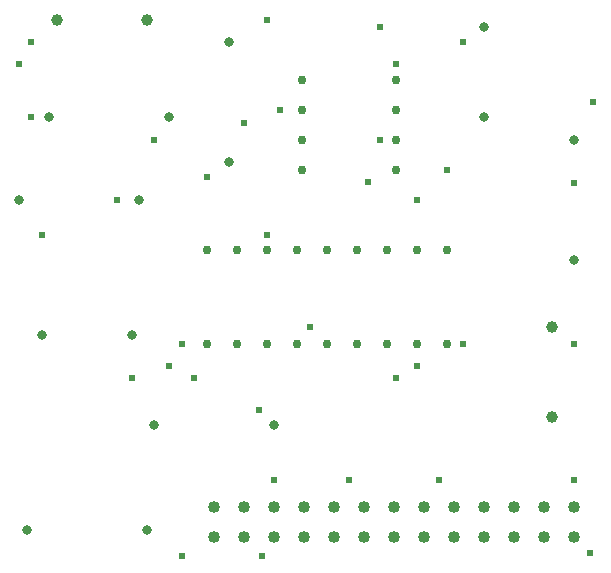
<source format=gbr>
G04 DesignSpark PCB Gerber Version 11.0 Build 5877*
G04 #@! TF.Part,Single*
G04 #@! TF.FilePolarity,Positive*
%FSLAX35Y35*%
%MOIN*%
G04 #@! TA.AperFunction,ViaDrill*
%ADD26C,0.02400*%
G04 #@! TA.AperFunction,ComponentDrill*
%ADD28C,0.02988*%
%ADD29C,0.02992*%
%ADD72C,0.03200*%
%ADD73C,0.03937*%
%ADD27C,0.04016*%
G04 #@! TD.AperFunction*
X0Y0D02*
D02*
D26*
X15600Y173683D03*
X19600Y155900D03*
Y180900D03*
X23100Y116807D03*
X48116Y128400D03*
X53100Y69055D03*
Y83400D03*
X60600Y148400D03*
X65600Y73039D03*
X69850Y9750D03*
Y80274D03*
X73834Y69055D03*
X78100Y135915D03*
X90584Y154132D03*
X95466Y58384D03*
X96616Y9750D03*
X98100Y116807D03*
Y188400D03*
X100600Y35018D03*
X102366Y158400D03*
X112366Y85900D03*
X125466Y35018D03*
X131962Y134415D03*
X135946Y148400D03*
Y185900D03*
X141230Y69055D03*
Y173683D03*
X148100Y73039D03*
Y128400D03*
X155466Y35018D03*
X158100Y138400D03*
X163381Y80274D03*
Y180900D03*
X200600Y35018D03*
Y80274D03*
Y134132D03*
X205734Y10766D03*
X206750Y160884D03*
D02*
D27*
X80600Y15900D03*
Y25900D03*
X90600Y15900D03*
Y25900D03*
X100600Y15900D03*
Y25900D03*
X110600Y15900D03*
Y25900D03*
X120600Y15900D03*
Y25900D03*
X130600Y15900D03*
Y25900D03*
X140600Y15900D03*
Y25900D03*
X150600Y15900D03*
Y25900D03*
X160600Y15900D03*
Y25900D03*
X170600Y15900D03*
Y25900D03*
X180600Y15900D03*
Y25900D03*
X190600Y15900D03*
Y25900D03*
X200600Y15900D03*
Y25900D03*
D02*
D28*
X78100Y80274D03*
Y111526D03*
X88100Y80274D03*
Y111526D03*
X98100Y80274D03*
Y111526D03*
X108100Y80274D03*
Y111526D03*
X118100Y80274D03*
Y111526D03*
X128100Y80274D03*
Y111526D03*
X138100Y80274D03*
Y111526D03*
X148100Y80274D03*
Y111526D03*
X158100Y80274D03*
Y111526D03*
D02*
D29*
X109970Y138400D03*
Y148400D03*
Y158400D03*
Y168400D03*
X141230Y138400D03*
Y148400D03*
Y158400D03*
Y168400D03*
D02*
D72*
X15600Y128400D03*
X18100Y18400D03*
X23100Y83400D03*
X25600Y155900D03*
X53100Y83400D03*
X55600Y128400D03*
X58100Y18400D03*
X60600Y53400D03*
X65600Y155900D03*
X85600Y140900D03*
Y180900D03*
X100600Y53400D03*
X170600Y155900D03*
Y185900D03*
X200600Y108400D03*
Y148400D03*
D02*
D73*
X28100Y188400D03*
X58100D03*
X193100Y55900D03*
Y85900D03*
X0Y0D02*
M02*

</source>
